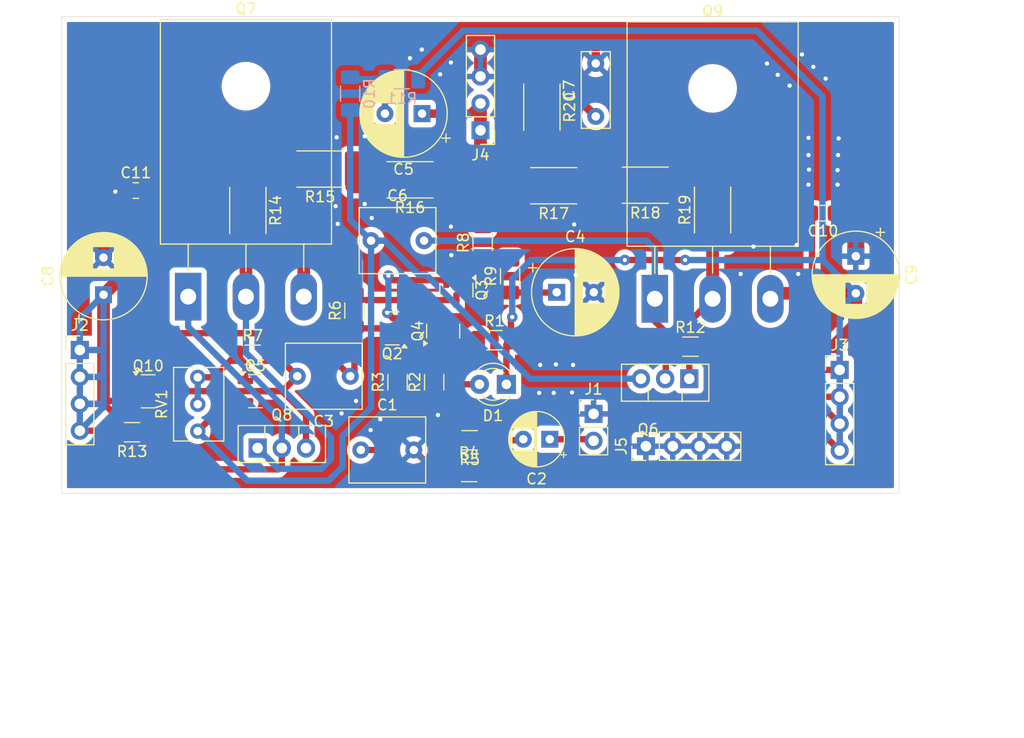
<source format=kicad_pcb>
(kicad_pcb (version 20240108) (generator "pcbnew") (generator_version "8.0")
  (layers (0 "F.Cu" signal) (31 "B.Cu" signal) (34 "B.Paste" user) (35 "F.Paste" user) (36 "B.SilkS" user "B.Silkscreen") (37 "F.SilkS" user "F.Silkscreen") (38 "B.Mask" user) (39 "F.Mask" user) (44 "Edge.Cuts" user))
  (net 0 "")
  (net 1 "GND")
  (net 2 "Net-(C1-Pad1)")
  (net 3 "Net-(C2-Pad2)")
  (net 4 "Net-(J1-Pin_2)")
  (net 5 "Net-(C4-Pad1)")
  (net 6 "Net-(C5-Pad2)")
  (net 7 "Net-(J4-Pin_1)")
  (net 8 "Net-(Q5-E)")
  (net 9 "Net-(Q6-C)")
  (net 10 "Net-(C7-Pad1)")
  (net 11 "+36V")
  (net 12 "-36V")
  (net 13 "Net-(D1-A)")
  (net 14 "Net-(Q2-B)")
  (net 15 "Net-(Q2-E)")
  (net 16 "Net-(Q3-B)")
  (net 17 "Net-(Q4-E)")
  (net 18 "Net-(Q5-B)")
  (net 19 "Net-(Q6-E)")
  (net 20 "Net-(Q7-C)")
  (net 21 "Net-(Q7-B)")
  (net 22 "Net-(R14-Pad1)")
  (net 23 "Net-(R15-Pad1)")
  (net 24 "Net-(R17-Pad1)")
  (net 25 "Net-(R18-Pad1)")
  (net 26 "Net-(Q10-B)")
  (net 27 "Net-(Q10-C)")
  (footprint "Resistor_SMD:R_2512_6332Metric_Pad1.40x3.35mm_HandSolder" (layer "F.Cu") (at 140.8684 87.884 180)
    (property "Reference" "R15")
    (property "Value" "0.1")
  )
  (footprint "Resistor_SMD:R_2512_6332Metric_Pad1.40x3.35mm_HandSolder" (layer "F.Cu") (at 162.9156 89.4588 180)
    (property "Reference" "R17")
    (property "Value" "0.1")
  )
  (footprint "Resistor_SMD:R_2512_6332Metric_Pad1.40x3.35mm_HandSolder" (layer "F.Cu") (at 171.5516 89.408 180)
    (property "Reference" "R18")
    (property "Value" "0.1")
  )
  (footprint "Resistor_SMD:R_1206_3216Metric_Pad1.30x1.75mm_HandSolder" (layer "F.Cu") (at 134.5184 105.41)
    (property "Reference" "R7")
    (property "Value" "1k")
  )
  (footprint "Package_TO_SOT_SMD:SOT-23" (layer "F.Cu") (at 147.6756 102.9208 180)
    (property "Reference" "Q2")
    (property "Value" "BC546")
  )
  (footprint "Capacitor_THT:CP_Radial_D8.0mm_P3.50mm" (layer "F.Cu") (at 191.4144 96.1136 -90)
    (property "Reference" "C9")
    (property "Value" "100u")
  )
  (footprint "Package_TO_SOT_SMD:SOT-23" (layer "F.Cu") (at 124.6632 108.8644)
    (property "Reference" "Q10")
    (property "Value" "BC807")
  )
  (footprint "Resistor_SMD:R_1206_3216Metric_Pad1.30x1.75mm_HandSolder" (layer "F.Cu") (at 154.9908 113.4872 180)
    (property "Reference" "R5")
    (property "Value" "1k")
  )
  (footprint "Connector_PinHeader_2.54mm:PinHeader_1x04_P2.54mm_Vertical" (layer "F.Cu") (at 156.0068 84.2264 180)
    (property "Reference" "J4")
    (property "Value" "Conn_01x04_Socket")
  )
  (footprint "Capacitor_THT:C_Rect_L7.0mm_W2.5mm_P5.00mm" (layer "F.Cu") (at 166.878 82.9164 90)
    (property "Reference" "C7")
    (property "Value" "100n")
  )
  (footprint "Resistor_SMD:R_1206_3216Metric_Pad1.30x1.75mm_HandSolder" (layer "F.Cu") (at 156.21 94.8436 90)
    (property "Reference" "R8")
    (property "Value" "22k")
  )
  (footprint "Capacitor_THT:C_Rect_L7.0mm_W6.0mm_P5.00mm" (layer "F.Cu") (at 144.7184 114.4016)
    (property "Reference" "C1")
    (property "Value" "100p")
  )
  (footprint "Resistor_SMD:R_2512_6332Metric_Pad1.40x3.35mm_HandSolder" (layer "F.Cu") (at 161.798 82.042 -90)
    (property "Reference" "R20")
    (property "Value" "10")
  )
  (footprint "Resistor_SMD:R_1206_3216Metric_Pad1.30x1.75mm_HandSolder" (layer "F.Cu") (at 158.8008 97.9932 90)
    (property "Reference" "R9")
    (property "Value" "1k")
  )
  (footprint "Connector_PinHeader_2.54mm:PinHeader_1x02_P2.54mm_Vertical" (layer "F.Cu") (at 166.6748 110.993)
    (property "Reference" "J1")
    (property "Value" "Conn_01x02_Socket")
  )
  (footprint "Potentiometer_THT:Potentiometer_Bourns_3266Y_Vertical" (layer "F.Cu") (at 129.3368 107.5436 90)
    (property "Reference" "RV1")
    (property "Value" "2k")
  )
  (footprint "Package_TO_SOT_THT:TO-247-3_Horizontal_TabDown" (layer "F.Cu") (at 128.433599 99.924)
    (property "Reference" "Q7")
    (property "Value" "MJL21193")
  )
  (footprint "LED_THT:LED_D3.0mm" (layer "F.Cu") (at 158.4502 108.204 180)
    (property "Reference" "D1")
    (property "Value" "Green Led")
  )
  (footprint "Capacitor_SMD:C_0805_2012Metric_Pad1.18x1.45mm_HandSolder" (layer "F.Cu") (at 188.3156 92.0496 180)
    (property "Reference" "C10")
    (property "Value" "100n")
  )
  (footprint "Resistor_SMD:R_2512_6332Metric_Pad1.40x3.35mm_HandSolder" (layer "F.Cu") (at 149.352 88.9 180)
    (property "Reference" "R16")
    (property "Value" "0.1")
  )
  (footprint "Package_TO_SOT_THT:TO-126-3_Vertical" (layer "F.Cu") (at 134.9866 114.2178)
    (property "Reference" "Q8")
    (property "Value" "BD139")
  )
  (footprint "Resistor_SMD:R_1206_3216Metric_Pad1.30x1.75mm_HandSolder" (layer "F.Cu") (at 157.3276 104.0384)
    (property "Reference" "R1")
    (property "Value" "560")
  )
  (footprint "Resistor_SMD:R_2512_6332Metric_Pad1.40x3.35mm_HandSolder" (layer "F.Cu") (at 177.9016 91.7448 90)
    (property "Reference" "R19")
    (property "Value" "0.1")
  )
  (footprint "Capacitor_THT:C_Rect_L7.0mm_W6.0mm_P5.00mm" (layer "F.Cu") (at 145.6836 94.6404)
    (property "Reference" "C6")
    (property "Value" "100p")
  )
  (footprint "Connector_PinHeader_2.54mm:PinHeader_1x04_P2.54mm_Vertical" (layer "F.Cu") (at 189.8904 106.8424)
    (property "Reference" "J3")
    (property "Value" "Conn_01x04_Socket")
  )
  (footprint "Package_TO_SOT_SMD:SOT-23" (layer "F.Cu") (at 134.7724 108.8503)
    (property "Reference" "Q5")
    (property "Value" "BC546")
  )
  (footprint "Resistor_SMD:R_1206_3216Metric_Pad1.30x1.75mm_HandSolder" (layer "F.Cu") (at 151.638 108.0008 90)
    (property "Reference" "R2")
    (property "Value" "22k")
  )
  (footprint "Package_TO_SOT_THT:TO-247-3_Horizontal_TabDown" (layer "F.Cu") (at 172.4516 100.1296)
    (property "Reference" "Q9")
    (property "Value" "MJL21194")
  )
  (footprint "Capacitor_THT:CP_Radial_D8.0mm_P3.50mm" (layer "F.Cu") (at 150.496651 82.6516 180)
    (property "Reference" "C5")
    (property "Value" "100u")
  )
  (footprint "Capacitor_THT:CP_Radial_D8.0mm_P3.50mm" (layer "F.Cu") (at 120.4468 99.747451 90)
    (property "Reference" "C8")
    (property "Value" "100u")
  )
  (footprint "Package_TO_SOT_SMD:SOT-23" (layer "F.Cu") (at 153.7349 99.314 -90)
    (property "Reference" "Q3")
    (property "Value" "BC546")
  )
  (footprint "Resistor_SMD:R_1206_3216Metric_Pad1.30x1.75mm_HandSolder" (layer "F.Cu") (at 123.1392 112.7252 180)
    (property "Reference" "R13")
    (property "Value" "220")
  )
  (footprint "Resistor_SMD:R_1206_3216Metric_Pad1.30x1.75mm_HandSolder" (layer "F.Cu") (at 144.1196 101.2444 90)
    (property "Reference" "R6")
    (property "Value" "560")
  )
  (footprint "Resistor_SMD:R_1206_3216Metric_Pad1.30x1.75mm_HandSolder" (layer "F.Cu") (at 154.94 116.4844)
    (property "Reference" "R4")
    (property "Value" "22k")
  )
  (footprint "Package_TO_SOT_THT:TO-126-3_Vertical" (layer "F.Cu") (at 175.7062 107.6766 180)
    (property "Reference" "Q6")
    (property "Value" "BD140")
  )
  (footprint "Resistor_SMD:R_2512_6332Metric_Pad1.40x3.35mm_HandSolder" (layer "F.Cu") (at 134.0612 91.7956 -90)
    (property "Reference" "R14")
    (property "Value" "0.1")
  )
  (footprint "Resistor_SMD:R_1206_3216Metric_Pad1.30x1.75mm_HandSolder" (layer "F.Cu") (at 175.8188 104.648)
    (property "Reference" "R12")
    (property "Value" "220")
  )
  (footprint "Package_TO_SOT_SMD:SOT-23" (layer "F.Cu") (at 152.4875 103.1748 90)
    (property "Reference" "Q4")
    (property "Value" "BC546")
  )
  (footprint "Connector_PinHeader_2.54mm:PinHeader_1x04_P2.54mm_Vertical" (layer "F.Cu") (at 118.2116 104.9628)
    (property "Reference" "J2")
    (property "Value" "Conn_01x04_Socket")
  )
  (footprint "Connector_PinHeader_2.54mm:PinHeader_1x04_P2.54mm_Vertical" (layer "F.Cu") (at 171.6124 114.046 90)
    (property "Reference" "J5")
    (property "Value" "Conn_01x04_Socket")
  )
  (footprint "Capacitor_THT:CP_Radial_D8.0mm_P3.50mm" (layer "F.Cu") (at 163.193349 99.5172)
    (property "Reference" "C4")
    (property "Value" "100u")
  )
  (footprint "Capacitor_THT:CP_Radial_D5.0mm_P2.50mm" (layer "F.Cu") (at 162.545912 113.3856 180)
    (property "Reference" "C2")
    (property "Value" "4u7")
  )
  (footprint "Capacitor_SMD:C_0805_2012Metric_Pad1.18x1.45mm_HandSolder" (layer "F.Cu") (at 123.4948 89.916)
    (property "Reference" "C11")
    (property "Value" "100n")
  )
  (footprint "Resistor_SMD:R_1206_3216Metric_Pad1.30x1.75mm_HandSolder" (layer "F.Cu") (at 148.1836 108.0008 90)
    (property "Reference" "R3")
    (property "Value" "1k")
  )
  (footprint "Capacitor_THT:C_Rect_L7.0mm_W6.0mm_P5.00mm" (layer "F.Cu") (at 143.724 107.442 180)
    (property "Reference" "C3")
    (property "Value" "100p")
  )
  (footprint "Resistor_SMD:R_1206_3216Metric_Pad1.30x1.75mm_HandSolder" (layer "B.Cu") (at 148.59 79.4004)
    (property "Reference" "R11")
    (property "Value" "3k3")
  )
  (footprint "Resistor_SMD:R_1206_3216Metric_Pad1.30x1.75mm_HandSolder" (layer "B.Cu") (at 143.7132 80.772 90)
    (property "Reference" "R10")
    (property "Value" "3k3")
  )
  (gr_rect (start 116.5 73.5) (end 195.5 118.5) (stroke (width 0.05)) (fill none) (layer "Edge.Cuts"))
  (segment (start 150.1648 76.6064) (end 149.352 77.4192) (width 0.6) (layer "F.Cu") (net 1))
  (segment (start 157.3784 75.2348) (end 156.0068 76.6064) (width 1.6) (layer "F.Cu") (net 1))
  (segment (start 153.2128 77.8256) (end 153.2128 77.9272) (width 0.6) (layer "F.Cu") (net 1))
  (segment (start 120.5484 90.0176) (end 120.4468 90.1192) (width 0.6) (layer "F.Cu") (net 1))
  (segment (start 120.4468 90.1192) (end 120.4468 77.8764) (width 1.6) (layer "F.Cu") (net 1))
  (segment (start 144.0688 109.7788) (end 142.9004 110.9472) (width 0.6) (layer "F.Cu") (net 1))
  (segment (start 146.558 111.506) (end 146.558 111.6076) (width 0.6) (layer "F.Cu") (net 1))
  (segment (start 123.19 75.1332) (end 154.5336 75.1332) (width 1.6) (layer "F.Cu") (net 1))
  (segment (start 120.4468 77.8764) (end 123.19 75.1332) (width 1.6) (layer "F.Cu") (net 1))
  (segment (start 122.3049 90.0176) (end 121.5644 90.0176) (width 0.6) (layer "F.Cu") (net 1))
  (segment (start 144.8308 109.7788) (end 146.558 111.506) (width 0.6) (layer "F.Cu") (net 1))
  (segment (start 144.4752 112.522) (end 142.9004 110.9472) (width 0.6) (layer "F.Cu") (net 1))
  (segment (start 151.6888 77.8256) (end 150.4696 76.6064) (width 0.6) (layer "F.Cu") (net 1))
  (segment (start 142.4432 84.8868) (end 144.9832 84.8868) (width 0.6) (layer "F.Cu") (net 1))
  (segment (start 167.0304 75.2348) (end 157.3784 75.2348) (width 1.6) (layer "F.Cu") (net 1))
  (segment (start 145.6436 112.522) (end 144.4752 112.522) (width 0.6) (layer "F.Cu") (net 1))
  (segment (start 166.878 75.3872) (end 167.0304 75.2348) (width 0.8) (layer "F.Cu") (net 1))
  (segment (start 150.876 78.9432) (end 149.352 77.4192) (width 0.6) (layer "F.Cu") (net 1))
  (segment (start 145.1864 93.0656) (end 145.7452 92.5068) (width 0.6) (layer "F.Cu") (net 1))
  (segment (start 191.4144 96.1136) (end 191.4144 92.2528) (width 1.6) (layer "F.Cu") (net 1))
  (segment (start 156.0068 76.6064) (end 156.0068 79.1464) (width 1.2) (layer "F.Cu") (net 1))
  (segment (start 153.39 116.4844) (end 151.8012 116.4844) (width 0.6) (layer "F.Cu") (net 1))
  (segment (start 191.4144 92.2528) (end 191.4144 76.0984) (width 1.6) (layer "F.Cu") (net 1))
  (segment (start 144.9832 84.8868) (end 145.0848 84.7852) (width 0.6) (layer "F.Cu") (net 1))
  (segment (start 166.878 77.9164) (end 166.878 75.3872) (width 0.8) (layer "F.Cu") (net 1))
  (segment (start 191.4144 76.0984) (end 190.5508 75.2348) (width 1.6) (layer "F.Cu") (net 1))
  (segment (start 142.3416 91.3892) (end 144.8816 91.3892) (width 0.6) (layer "F.Cu") (net 1))
  (segment (start 151.8012 116.4844) (end 149.7184 114.4016) (width 0.6) (layer "F.Cu") (net 1))
  (segment (start 146.558 111.6076) (end 145.6436 112.522) (width 0.6) (layer "F.Cu") (net 1))
  (segment (start 144.8816 91.3892) (end 145.0848 91.186) (width 0.6) (layer "F.Cu") (net 1))
  (segment (start 121.5644 90.0176) (end 120.5484 90.0176) (width 0.6) (layer "F.Cu") (net 1))
  (segment (start 153.2128 77.8256) (end 151.6888 77.8256) (width 0.6) (layer "F.Cu") (net 1))
  (segment (start 153.2128 77.9272) (end 152.1968 78.9432) (width 0.6) (layer "F.Cu") (net 1))
  (segment (start 190.5508 75.2348) (end 167.0304 75.2348) (width 1.6) (layer "F.Cu") (net 1))
  (segment (start 189.3531 92.0496) (end 191.2112 92.0496) (width 0.6) (layer "F.Cu") (net 1))
  (segment (start 142.5448 93.0656) (end 145.1864 93.0656) (width 0.6) (layer "F.Cu") (net 1))
  (segment (start 142.3416 92.8624) (end 142.5448 93.0656) (width 0.6) (layer "F.Cu") (net 1))
  (segment (start 150.4696 76.6064) (end 150.1648 76.6064) (width 0.6) (layer "F.Cu") (net 1))
  (segment (start 120.4468 96.247451) (end 120.4468 90.1192) (width 1.6) (layer "F.Cu") (net 1))
  (segment (start 144.272 109.7788) (end 144.8308 109.7788) (width 0.6) (layer "F.Cu") (net 1))
  (segment (start 154.5336 75.1332) (end 156.0068 76.6064) (width 1.6) (layer "F.Cu") (net 1))
  (segment (start 151.638 110.744) (end 151.9936 111.0996) (width 0.6) (layer "F.Cu") (net 1))
  (segment (start 144.272 109.7788) (end 144.0688 109.7788) (width 0.6) (layer "F.Cu") (net 1))
  (segment (start 145.0848 91.186) (end 145.0848 91.8464) (width 0.6) (layer "F.Cu") (net 1))
  (segment (start 145.0848 91.8464) (end 145.7452 92.5068) (width 0.6) (layer "F.Cu") (net 1))
  (segment (start 152.1968 78.9432) (end 150.876 78.9432) (width 0.6) (layer "F.Cu") (net 1))
  (segment (start 151.638 109.5508) (end 151.638 110.744) (width 0.6) (layer "F.Cu") (net 1))
  (segment (start 142.3416 91.3892) (end 142.3416 92.8624) (width 0.6) (layer "F.Cu") (net 1))
  (segment (start 191.2112 92.0496) (end 191.4144 92.2528) (width 0.6) (layer "F.Cu") (net 1))
  (via (at 153.2128 77.8256) (size 1) (drill 0.4) (layers "F.Cu" "B.Cu") (net 1))
  (via (at 142.4432 84.8868) (size 1) (drill 0.4) (layers "F.Cu" "B.Cu") (net 1))
  (via (at 163.1188 106.3244) (size 1) (drill 0.4) (layers "F.Cu" "B.Cu") (net 1))
  (via (at 162.9156 109.0168) (size 1) (drill 0.4) (layers "F.Cu" "B.Cu") (net 1))
  (via (at 145.6436 112.522) (size 1) (drill 0.4) (layers "F.Cu" "B.Cu") (net 1))
  (via (at 121.5644 90.0176) (size 1) (drill 0.4) (layers "F.Cu" "B.Cu") (net 1))
  (via (at 152.1968 78.9432) (size 1) (drill 0.4) (layers "F.Cu" "B.Cu") (net 1))
  (via (at 144.272 109.7788) (size 1) (drill 0.4) (layers "F.Cu" "B.Cu") (net 1))
  (via (at 145.0848 84.7852) (size 1) (drill 0.4) (layers "F.Cu" "B.Cu") (net 1))
  (via (at 153.2128 93.3196) (size 1) (drill 0.4) (layers "F.Cu" "B.Cu") (net 1))
  (via (at 185.166 80.01) (size 1) (drill 0.4) (layers "F.Cu" "B.Cu") (net 1))
  (via (at 161.544 109.0168) (size 1) (drill 0.4) (layers "F.Cu" "B.Cu") (net 1))
  (via (at 153.2636 96.012) (size 1) (drill 0.4) (layers "F.Cu" "B.Cu") (net 1))
  (via (at 187.4012 78.232) (size 1) (drill 0.4) (layers "F.Cu" "B.Cu") (net 1))
  (via (at 189.738 86.5632) (size 1) (drill 0.4) (layers "F.Cu" "B.Cu") (net 1))
  (via (at 161.6456 106.3752) (size 1) (drill 0.4) (layers "F.Cu" "B.Cu") (net 1))
  (via (at 164.6428 108.966) (size 1) (drill 0.4) (layers "F.Cu" "B.Cu") (net 1))
  (via (at 186.3344 77.0636) (size 1) (drill 0.4) (layers "F.Cu" "B.Cu") (net 1))
  (via (at 186.9948 87.9348) (size 1) (drill 0.4) (layers "F.Cu" "B.Cu") (net 1))
  (via (at 142.3416 91.3892) (size 1) (drill 0.4) (layers "F.Cu" "B.Cu") (net 1))
  (via (at 189.6872 89.3572) (size 1) (drill 0.4) (layers "F.Cu" "B.Cu") (net 1))
  (via (at 164.7444 106.3752) (size 1) (drill 0.4) (layers "F.Cu" "B.Cu") (net 1))
  (via (at 150.4696 76.6064) (size 1) (drill 0.4) (layers "F.Cu" "B.Cu") (net 1))
  (via (at 164.846 93.1164) (size 1) (drill 0.4) (layers "F.Cu" "B.Cu") (net 1))
  (via (at 149.352 77.4192) (size 1) (drill 0.4) (layers "F.Cu" "B.Cu") (net 1))
  (via (at 186.944 86.5632) (size 1) (drill 0.4) (layers "F.Cu" "B.Cu") (net 1))
  (via (at 145.7452 92.5068) (size 1) (drill 0.4) (layers "F.Cu" "B.Cu") (net 1))
  (via (at 189.6872 87.9856) (size 1) (drill 0.4) (layers "F.Cu" "B.Cu") (net 1))
  (via (at 189.7888 84.9884) (size 1) (drill 0.4) (layers "F.Cu" "B.Cu") (net 1))
  (via (at 186.944 89.3572) (size 1) (drill 0.4) (layers "F.Cu" "B.Cu") (net 1))
  (via (at 146.558 111.506) (size 1) (drill 0.4) (layers "F.Cu" "B.Cu") (net 1))
  (via (at 142.9004 110.9472) (size 1) (drill 0.4) (layers "F.Cu" "B.Cu") (net 1))
  (via (at 180.5432 97.79) (size 1) (drill 0.4) (layers "F.Cu" "B.Cu") (net 1))
  (via (at 181.7624 95.1992) (size 1) (drill 0.4) (layers "F.Cu" "B.Cu") (net 1))
  (via (at 186.944 84.9376) (size 1) (drill 0.4) (layers "F.Cu" "B.Cu") (net 1))
  (via (at 142.5448 93.0656) (size 1) (drill 0.4) (layers "F.Cu" "B.Cu") (net 1))
  (via (at 185.8264 95.0468) (size 1) (drill 0.4) (layers "F.Cu" "B.Cu") (net 1))
  (via (at 183.0324 77.9272) (size 1) (drill 0.4) (layers "F.Cu" "B.Cu") (net 1))
  (via (at 184.0484 78.994) (size 1) (drill 0.4) (layers "F.Cu" "B.Cu") (net 1))
  (via (at 151.9936 111.0996) (size 1) (drill 0.4) (layers "F.Cu" "B.Cu") (net 1))
  (via (at 185.9788 97.79) (size 1) (drill 0.4) (layers "F.Cu" "B.Cu") (net 1))
  (via (at 188.5696 79.3496) (size 1) (drill 0.4) (layers "F.Cu" "B.Cu") (net 1))
  (via (at 164.9984 97.8916) (size 1) (drill 0.4) (layers "F.Cu" "B.Cu") (net 1))
  (via (at 145.0848 91.186) (size 1) (drill 0.4) (layers "F.Cu" "B.Cu") (net 1))
  (segment (start 156.438 116.4844) (end 153.4408 113.4872) (width 0.6) (layer "F.Cu") (net 2))
  (segment (start 148.1836 109.5508) (end 148.1836 110.9364) (width 0.6) (layer "F.Cu") (net 2))
  (segment (start 146.7612 114.4016) (end 144.7184 114.4016) (width 0.6) (layer "F.Cu") (net 2))
  (segment (start 152.0952 113.4872) (end 149.5444 110.9364) (width 0.6) (layer "F.Cu") (net 2))
  (segment (start 149.5444 110.9364) (end 148.1836 110.9364) (width 0.6) (layer "F.Cu") (net 2))
  (segment (start 148.1836 112.9792) (end 146.7612 114.4016) (width 0.6) (layer "F.Cu") (net 2))
  (segment (start 148.1836 110.9364) (end 148.1836 112.9792) (width 0.6) (layer "F.Cu") (net 2))
  (segment (start 153.4408 113.4872) (end 152.0952 113.4872) (width 0.6) (layer "F.Cu") (net 2))
  (segment (start 156.49 116.4844) (end 156.438 116.4844) (width 0.6) (layer "F.Cu") (net 2))
  (segment (start 159.944312 113.4872) (end 160.045912 113.3856) (width 0.6) (layer "F.Cu") (net 3))
  (segment (start 156.5408 113.4872) (end 159.944312 113.4872) (width 0.6) (layer "F.Cu") (net 3))
  (segment (start 162.545912 113.3856) (end 166.5274 113.3856) (width 0.6) (layer "F.Cu") (net 4))
  (segment (start 166.5274 113.3856) (end 166.6748 113.533) (width 0.6) (layer "F.Cu") (net 4))
  (segment (start 163.167349 99.5432) (end 163.193349 99.5172) (width 0.6) (layer "F.Cu") (net 5))
  (segment (start 158.8008 99.5432) (end 163.167349 99.5432) (width 0.6) (layer "F.Cu") (net 5))
  (segment (start 146.996651 82.6516) (end 146.996651 79.443749) (width 0.6) (layer "B.Cu") (net 6))
  (segment (start 146.996651 79.443749) (end 147.04 79.4004) (width 0.6) (layer "B.Cu") (net 6))
  (segment (start 143.8916 79.4004) (end 143.7132 79.222) (width 0.6) (layer "B.Cu") (net 6))
  (segment (start 147.04 79.4004) (end 143.8916 79.4004) (width 0.6) (layer "B.Cu") (net 6))
  (segment (start 156.21 93.2936) (end 156.21 89.5604) (width 0.6) (layer "F.Cu") (net 7))
  (segment (start 156.0068 84.2264) (end 156.0068 81.6864) (width 1.2) (layer "F.Cu") (net 7))
  (segment (start 156.1084 89.4588) (end 152.402 89.4588) (width 1.2) (layer "F.Cu") (net 7))
  (segment (start 156.0068 89.3572) (end 156.1084 89.4588) (width 1.2) (layer "F.Cu") (net 7))
  (segment (start 159.8656 89.4588) (end 159.8656 87.0244) (width 0.8) (layer "F.Cu") (net 7))
  (segment (start 155.0416 82.6516) (end 156.0068 81.6864) (width 0.8) (layer "F.Cu") (net 7))
  (segment (start 156.21 89.5604) (end 156.1084 89.4588) (width 0.6) (layer "F.Cu") (net 7))
  (segment (start 150.496651 82.6516) (end 155.0416 82.6516) (width 0.8) (layer "F.Cu") (net 7))
  (segment (start 156.0068 84.2264) (end 156.0068 89.3572) (width 1.2) (layer "F.Cu") (net 7))
  (segment (start 159.8656 87.0244) (end 161.798 85.092) (width 0.8) (layer "F.Cu") (net 7))
  (segment (start 159.8656 89.4588) (end 156.1084 89.4588) (width 1.2) (layer "F.Cu") (net 7))
  (segment (start 133.8349 109.8003) (end 132.1601 109.8003) (width 0.6) (layer "F.Cu") (net 8))
  (segment (start 132.1601 109.8003) (end 129.3368 112.6236) (width 0.6) (layer "F.Cu") (net 8))
  (segment (start 145.6836 110.3992) (end 143.002 113.0808) (width 0.6) (layer "B.Cu") (net 8))
  (segment (start 145.6836 94.6404) (end 146.9644 94.6404) (width 0.6) (layer "B.Cu") (net 8))
  (segment (start 143.002 113.0808) (end 143.002 115.9764) (width 0.6) (layer "B.Cu") (net 8))
  (segment (start 150.9094 97.8916) (end 160.6944 107.6766) (width 0.6) (layer "B.Cu") (net 8))
  (segment (start 141.6812 117.2972) (end 134.0104 117.2972) (width 0.6) (layer "B.Cu") (net 8))
  (segment (start 143.7132 92.67) (end 145.6836 94.6404) (width 0.6) (layer "B.Cu") (net 8))
  (segment (start 134.0104 117.2972) (end 129.3368 112.6236) (width 0.6) (layer "B.Cu") (net 8))
  (segment (start 146.9644 94.6404) (end 150.2156 97.8916) (width 0.6) (layer "B.Cu") (net 8))
  (segment (start 145.6836 94.6404) (end 145.6836 110.3992) (width 0.6) (layer "B.Cu") (net 8))
  (segment (start 160.6944 107.6766) (end 171.1462 107.6766) (width 0.6) (layer "B.Cu") (net 8))
  (segment (start 143.002 115.9764) (end 141.6812 117.2972) (width 0.6) (layer "B.Cu") (net 8))
  (segment (start 143.7132 82.322) (end 143.7132 92.67) (width 0.6) (layer "B.Cu") (net 8))
  (segment (start 150.2156 97.8916) (end 150.9094 97.8916) (width 0.6) (layer "B.Cu") (net 8))
  (segment (start 174.2688 104.0632) (end 172.4516 102.246) (width 0.6) (layer "F.Cu") (net 9))
  (segment (start 174.2688 104.648) (end 173.482 105.4348) (width 0.6) (layer "F.Cu") (net 9))
  (segment (start 173.482 105.4348) (end 173.482 107.6208) (width 0.6) (layer "F.Cu") (net 9))
  (segment (start 174.2688 104.648) (end 174.2688 104.0632) (width 0.6) (layer "F.Cu") (net 9))
  (segment (start 172.4516 102.246) (end 172.4516 100.1296) (width 0.6) (layer "F.Cu") (net 9))
  (segment (start 173.482 107.6208) (end 173.4262 107.6766) (width 0.6) (layer "F.Cu") (net 9))
  (segment (start 171.6532 94.6404) (end 172.4516 95.4388) (width 0.6) (layer "B.Cu") (net 9))
  (segment (start 172.4516 95.4388) (end 172.4516 100.1296) (width 0.6) (layer "B.Cu") (net 9))
  (segment (start 150.6836 94.6404) (end 171.6532 94.6404) (width 0.6) (layer "B.Cu") (net 9))
  (segment (start 161.798 78.992) (end 162.9536 78.992) (width 0.8) (layer "F.Cu") (net 10))
  (segment (start 162.9536 78.992) (end 166.878 82.9164) (width 0.8) (layer "F.Cu") (net 10))
  (segment (start 124.5323 89.916) (end 124.9172 89.916) (width 0.6) (layer "F.Cu") (net 11))
  (segment (start 120.4468 107.7976) (end 120.4468 105.1052) (width 1.2) (layer "F.Cu") (net 11))
  (segment (start 118.2116 107.5028) (end 120.152 107.5028) (width 0.6) (layer "F.Cu") (net 11))
  (segment (start 120.65 109.7788) (end 120.4468 109.982) (width 0.6) (layer "F.Cu") (net 11))
  (segment (start 120.4468 109.982) (end 120.4468 107.7976) (width 1.2) (layer "F.Cu") (net 11))
  (segment (start 122.5296 96.1644) (end 123.279726 96.914526) (width 0.6) (layer "F.Cu") (net 11))
  (segment (start 122.5296 94.5388) (end 122.5296 96.1644) (width 0.6) (layer "F.Cu") (net 11))
  (segment (start 144.1196 96.6196) (end 138.5336 91.0336) (width 0.6) (layer "F.Cu") (net 11))
  (segment (start 123.279726 96.914526) (end 127.331851 92.8624) (width 1.2) (layer "F.Cu") (net 11))
  (segment (start 120.386 110.0428) (end 120.4468 109.982) (width 0.6) (layer "F.Cu") (net 11))
  (segment (start 144.6767 100.2515) (end 144.1196 99.6944) (width 0.6) (layer "F.Cu") (net 11))
  (segment (start 121.5892 111.1244) (end 121.5892 112.7252) (width 0.6) (layer "F.Cu") (net 11))
  (segment (start 120.152 107.5028) (end 120.4468 107.7976) (width 0.6) (layer "F.Cu") (net 11))
  (segment (start 120.3044 104.9628) (end 120.4468 105.1052) (width 0.6) (layer "F.Cu") (net 11))
  (segment (start 118.2116 110.0428) (end 120.386 110.0428) (width 0.6) (layer "F.Cu") (net 11))
  (segment (start 121.4468 112.5828) (end 121.5892 112.7252) (width 0.6) (layer "F.Cu") (net 11))
  (segment (start 118.2116 104.9628) (end 120.3044 104.9628) (width 0.6) (layer "F.Cu") (net 11))
  (segment (start 124.9172 89.916) (end 126.0348 91.0336) (width 0.6) (layer "F.Cu") (net 11))
  (segment (start 138.4046 93.7006) (end 139.333599 94.629599) (width 1.2) (layer "F.Cu") (net 11))
  (segment (start 120.4468 99.747451) (end 123.279726 96.914526) (width 1.2) (layer "F.Cu") (net 11))
  (segment (start 127.331851 92.8624) (end 137.5664 92.8624) (width 1.2) (layer "F.Cu") (net 11))
  (segment (start 126.0348 91.0336) (end 122.5296 94.5388) (width 0.6) (layer "F.Cu") (net 11))
  (segment (start 123.5964 109.8144) (end 123.5608 109.7788) (width 0.6) (layer "F.Cu") (net 11))
  (segment (start 139.356299 99.9467) (end 139.333599 99.924) (width 0.6) (layer "F.Cu") (net 11))
  (segment (start 118.2116 112.5828) (end 121.4468 112.5828) (width 0.6) (layer "F.Cu") (net 11))
  (segment (start 120.4468 105.1052) (end 120.4468 99.747451) (width 1.2) (layer "F.Cu") (net 11))
  (segment (start 120.4468 109.982) (end 121.5892 111.1244) (width 0.6) (layer "F.Cu") (net 11))
  (segment (start 138.5336 91.0336) (end 126.0348 91.0336) (width 0.6) (layer "F.Cu") (net 11))
  (segment (start 137.5664 92.8624) (end 138.4046 93.7006) (width 1.2) (layer "F.Cu") (net 11))
  (segment (start 153.7349 100.2515) (end 144.6767 100.2515) (width 0.6) (layer "F.Cu") (net 11))
  (segment (start 123.5608 109.7788) (end 120.65 109.7788) (width 0.6) (layer "F.Cu") (net 11))
  (segment (start 144.1196 99.6944) (end 144.1196 96.6196) (width 0.6) (layer "F.Cu") (net 11))
  (segment (start 139.333599 94.629599) (end 139.333599 99.924) (width 1.2) (layer "F.Cu") (net 11))
  (segment (start 118.2116 104.9628) (end 120.3552 104.9628) (width 0.6) (layer "B.Cu") (net 11))
  (segment (start 119.9796 107.5028) (end 120.0912 107.3912) (width 0.6) (layer "B.Cu") (net 11))
  (segment (start 118.2116 107.5028) (end 119.9796 107.5028) (width 0.6) (layer "B.Cu") (net 11))
  (segment (start 118.2116 101.982651) (end 120.4468 99.747451) (width 0.6) (layer "B.Cu") (net 11))
  (segment (start 118.2116 112.5828) (end 120.401 110.3934) (width 0.6) (layer "B.Cu") (net 11))
  (segment (start 120.0504 110.0428) (end 120.401 110.3934) (width 0.6) (layer "B.Cu") (net 11))
  (segment (start 120.4468 107.3912) (end 120.4468 105.0544) (width 0.6) (layer "B.Cu") (net 11))
  (segment (start 118.2116 110.0428) (end 120.0504 110.0428) (width 0.6) (layer "B.Cu") (net 11))
  (segment (start 120.4468 110.3476) (end 120.4468 107.3912) (width 0.6) (layer "B.Cu") (net 11))
  (segment (start 118.2116 112.5828) (end 118.2116 101.982651) (width 0.6) (layer "B.Cu") (net 11))
  (segment (start 120.4468 105.0544) (end 120.4468 99.747451) (width 0.6) (layer "B.Cu") (net 11))
  (segment (start 120.0912 107.3912) (end 120.4468 107.3912) (width 0.6) (layer "B.Cu") (net 11))
  (segment (start 120.401 110.3934) (end 120.4468 110.3476) (width 0.6) (layer "B.Cu") (net 11))
  (segment (start 120.3552 104.9628) (end 120.4468 105.0544) (width 0.6) (layer "B.Cu") (net 11))
  (segment (start 183.7436 104.648) (end 185.2676 104.648) (width 1.2) (layer "F.Cu") (net 12))
  (segment (start 191.4144 102.5144) (end 191.4144 99.6136) (width 1.2) (layer "F.Cu") (net 12))
  (segment (start 187.8584 109.8904) (end 187.8584 106.2228) (width 0.6) (layer "F.Cu") (net 12))
  (segment (start 187.8584 104.648) (end 189.2808 104.648) (width 1.2) (layer "F.Cu") (net 12))
  (segment (start 158.4502 104.4658) (end 158.8776 104.0384) (width 0.6) (layer "F.Cu") (net 12))
  (segment (start 187.2781 99.3811) (end 187.0456 99.6136) (width 0.6) (layer "F.Cu") (net 12))
  (segment (start 187.8584 106.2228) (end 187.8584 104.648) (width 0.6) (layer "F.Cu") (net 12))
  (segment (start 186.5884 104.648) (end 187.8584 104.648) (width 1.2) (layer "F.Cu") (net 12))
  (segment (start 189.8904 109.3824) (end 187.8992 109.3824) (width 0.6) (layer "F.Cu") (net 12))
  (segment (start 158.8776 104.0384) (end 158.8776 101.9804) (width 0.6) (layer "F.Cu") (net 12))
  (segment (start 183.8676 99.6136) (end 183.3516 100.1296) (width 1.2) (layer "F.Cu") (net 12))
  (segment (start 187.2781 92.0496) (end 187.2781 99.3811) (width 0.6) (layer "F.Cu") (net 12))
  (segment (start 189.8904 114.4624) (end 187.8584 112.4304) (width 0.6) (layer "F.Cu") (net 12))
  (segment (start 191.4144 99.6136) (end 187.0456 99.6136) (width 1.2) (layer "F.Cu") (net 12))
  (segment (start 189.8904 111.9224) (end 187.8584 109.8904) (width 0.6) (layer "F.Cu") (net 12))
  (segment (start 158.4502 108.204) (end 158.4502 104.4658) (width 0.6) (layer "F.Cu") (net 12))
  (segment (start 189.8904 114.4624) (end 189.8904 105.2576) (width 0.6) (layer "F.Cu") (net 12))
  (segment (start 188.478 106.8424) (end 187.8584 106.2228) (width 0.6) (layer "F.Cu") (net 12))
  (segment (start 189.2808 104.648) (end 191.4144 102.5144) (width 1.2) (layer "F.Cu") (net 12))
  (segment (start 189.8904 106.8424) (end 188.478 106.8424) (width 0.6) (layer "F.Cu") (net 12))
  (segment (start 187.8584 112.4304) (end 187.8584 109.8904) (width 0.6) (layer "F.Cu") (net 12))
  (segment (start 185.2676 104.648) (end 186.5884 104.648) (width 1.2) (layer "F.Cu") (net 12))
  (segment (start 169.6212 96.4692) (end 175.3108 96.4692) (width 0.6) (layer "F.Cu") (net 12))
  (segment (start 186.5376 104.6988) (end 186.5884 104.648) (width 0.6) (layer "F.Cu") (net 12))
  (segment (start 177.3688 104.648) (end 183.7436 104.648) (width 1.2) (layer "F.Cu") (net 12))
  (segment (start 158.8776 101.9804) (end 159.004 101.854) (width 0.6) (layer "F.Cu") (net 12))
  (segment (start 187.8992 109.3824) (end 187.8584 109.4232) (width 0.6) (layer "F.Cu") (net 12))
  (segment (start 189.8904 105.2576) (end 189.2808 104.648) (width 0.6) (layer "F.Cu") (net 12))
  (segment (start 187.0456 99.6136) (end 183.8676 99.6136) (width 1.2) (layer "F.Cu") (net 12))
  (via (at 159.004 101.854) (size 1) (drill 0.4) (layers "F.Cu" "B.Cu") (net 12))
  (via (at 169.6212 96.4692) (size 1) (drill 0.4) (layers "F.Cu" "B.Cu") (net 12))
  (via (at 175.3108 96.4692) (size 1) (drill 0.4) (layers "F.Cu" "B.Cu") (net 12))
  (segment (start 159.004 101.854) (end 159.004 98.2472) (width 0.6) (layer "B.Cu") (net 12))
  (segment (start 189.8904 114.4624) (end 189.8904 101.1376) (width 0.6) (layer "B.Cu") (net 12))
  (segment (start 160.782 96.4692) (end 169.6212 96.4692) (width 0.6) (layer "B.Cu") (net 12))
  (segment (start 188.27 81.0312) (end 188.27 96.4692) (width 0.6) (layer "B.Cu") (net 12))
  (segment (start 188.27 96.4692) (end 191.4144 99.6136) (width 0.6) (layer "B.Cu") (net 12))
  (segment (start 150.14 79.0696) (end 154.3812 74.8284) (width 0.6) (layer "B.Cu") (net 12))
  (segment (start 175.3108 96.4692) (end 188.27 96.4692) (width 0.6) (layer "B.Cu") (net 12))
  (segment (start 182.0672 74.8284) (end 188.27 81.0312) (width 0.6) (layer "B.Cu") (net 12))
  (segment (start 154.3812 74.8284) (end 182.0672 74.8284) (width 0.6) (layer "B.Cu") (net 12))
  (segment (start 189.8904 101.1376) (end 191.4144 99.6136) (width 0.6) (layer "B.Cu") (net 12))
  (segment (start 150.14 79.4004) (end 150.14 79.0696) (width 0.6) (layer "B.Cu") (net 12))
  (segment (start 159.004 98.2472) (end 160.782 96.4692) (width 0.6) (layer "B.Cu") (net 12))
  (segment (start 153.3912 108.204) (end 151.638 106.4508) (width 0.6) (layer "F.Cu") (net 13))
  (segment (start 151.5375 104.1123) (end 151.5375 106.3503) (width 0.6) (layer "F.Cu") (net 13))
  (segment (start 151.5375 106.3503) (end 151.638 106.4508) (width 0.6) (layer "F.Cu") (net 13))
  (segment (start 155.9102 108.204) (end 153.3912 108.204) (width 0.6) (layer "F.Cu") (net 13))
  (segment (start 148.6131 103.8708) (end 148.6131 106.0213) (width 0.6) (layer "F.Cu") (net 14))
  (segment (start 148.6131 106.0213) (end 148.1836 106.4508) (width 0.6) (layer "F.Cu") (net 14))
  (segment (start 147.7541 98.3765) (end 147.32 97.9424) (width 0.6) (layer "F.Cu") (net 15))
  (segment (start 148.6131 101.9708) (end 147.7416 101.9708) (width 0.6) (layer "F.Cu") (net 15))
  (segment (start 152.7849 98.3765) (end 147.7541 98.3765) (width 0.6) (layer "F.Cu") (net 15))
  (segment (start 148.6131 101.9708) (end 152.221 101.9708) (width 0.6) (layer "F.Cu") (net 15))
  (segment (start 152.221 101.9708) (end 152.4875 102.2373) (width 0.6) (layer "F.Cu") (net 15))
  (segment (start 147.7416 101.9708) (end 147.2184 101.4476) (width 0.6) (layer "F.Cu") (net 15))
  (via (at 147.2184 101.4476) (size 1) (drill 0.4) (layers "F.Cu" "B.Cu") (net 15))
  (via (at 147.32 97.9424) (size 1) (drill 0.4) (layers "F.Cu" "B.Cu") (net 15))
  (segment (start 147.32 101.346) (end 147.2184 101.4476) (width 0.6) (layer "B.Cu") (net 15))
  (segment (start 147.32 97.9424) (end 147.32 101.346) (width 0.6) (layer "B.Cu") (net 15))
  (segment (start 154.6849 98.3765) (end 154.6849 97.9187) (width 0.6) (layer "F.Cu") (net 16))
  (segment (start 156.2596 96.4432) (end 156.21 96.3936) (width 0.6) (layer "F.Cu") (net 16))
  (segment (start 154.6849 97.9187) (end 156.21 96.3936) (width 0.6) (layer "F.Cu") (net 16))
  (segment (start 158.8008 96.4432) (end 156.2596 96.4432) (width 0.6) (layer "F.Cu") (net 16))
  (segment (start 153.4375 104.1123) (end 155.7037 104.1123) (width 0.6) (layer "F.Cu") (net 17))
  (segment (start 155.7037 104.1123) (end 155.7776 104.0384) (width 0.6) (layer "F.Cu") (net 17))
  (segment (start 133.8349 106.2765) (end 133.8349 107.9003) (width 0.6) (layer "F.Cu") (net 18))
  (segment (start 132.9684 105.41) (end 133.8349 106.2765) (width 0.6) (layer "F.Cu") (net 18))
  (segment (start 132.9176 105.3592) (end 132.9684 105.41) (width 0.6) (layer "F.Cu") (net 18))
  (segment (start 129.3368 107.5436) (end 130.8348 107.5436) (width 0.6) (layer "F.Cu") (net 18))
  (segment (start 130.8348 107.5436) (end 132.9684 105.41) (width 0.6) (layer "F.Cu") (net 18))
  (segment (start 129.3368 107.5436) (end 129.3368 110.0836) (width 0.6) (layer "B.Cu") (net 18))
  (segment (start 175.7062 107.6766) (end 175.7062 102.325) (width 0.6) (layer "F.Cu") (net 19))
  (segment (start 175.7062 102.325) (end 177.9016 100.1296) (width 0.6) (layer "F.Cu") (net 19))
  (segment (start 177.9016 100.1296) (end 177.9016 94.7948) (width 1.2) (layer "F.Cu") (net 19))
  (segment (start 133.883599 99.924) (end 133.883599 95.023201) (width 1.2) (layer "F.Cu") (net 20))
  (segment (start 133.883599 95.023201) (end 134.0612 94.8456) (width 1.2) (layer "F.Cu") (net 20))
  (segment (start 141.8844 113.2332) (end 133.883599 105.232399) (width 0.6) (layer "B.Cu") (net 20))
  (segment (start 140.97 116.1796) (end 141.8844 115.2652) (width 0.6) (layer "B.Cu") (net 20))
  (segment (start 134.9866 114.2178) (end 136.9484 116.1796) (width 0.6) (layer "B.Cu") (net 20))
  (segment (start 136.9484 116.1796) (end 140.97 116.1796) (width 0.6) (layer "B.Cu") (net 20))
  (segment (start 133.883599 105.232399) (end 133.883599 99.924) (width 0.6) (layer "B.Cu") (net 20))
  (segment (start 141.8844 115.2652) (end 141.8844 113.2332) (width 0.6) (layer "B.Cu") (net 20))
  (segment (start 136.906 116.2304) (end 137.2666 115.8698) (width 0.6) (layer "F.Cu") (net 21))
  (segment (start 126.8984 116.2304) (end 136.906 116.2304) (width 0.6) (layer "F.Cu") (net 21))
  (segment (start 124.6892 112.7252) (end 124.6892 114.0212) (width 0.6) (layer "F.Cu") (net 21))
  (segment (start 124.6892 114.0212) (end 126.8984 116.2304) (width 0.6) (layer "F.Cu") (net 21))
  (segment (start 137.2666 115.8698) (end 137.2666 114.2178) (width 0.6) (layer "F.Cu") (net 21))
  (segment (start 137.2666 111.6126) (end 128.433599 102.779599) (width 0.6) (layer "B.Cu") (net 21))
  (segment (start 137.2666 114.2178) (end 137.2666 111.6126) (width 0.6) (layer "B.Cu") (net 21))
  (segment (start 128.433599 102.779599) (end 128.433599 99.924) (width 0.6) (layer "B.Cu") (net 21))
  (segment (start 136.9568 88.7456) (end 137.8184 87.884) (width 1.2) (layer "F.Cu") (net 22))
  (segment (start 134.0612 88.7456) (end 136.9568 88.7456) (width 1.2) (layer "F.Cu") (net 22))
  (segment (start 146.2004 89.5604) (end 146.302 89.4588) (width 1.2) (layer "F.Cu") (net 23))
  (segment (start 143.8676 89.5604) (end 146.2004 89.5604) (width 1.2) (layer "F.Cu") (net 23))
  (segment (start 168.5016 89.408) (end 166.0164 89.408) (width 1.2) (layer "F.Cu") (net 24))
  (segment (start 166.0164 89.408) (end 165.9656 89.4588) (width 1.2) (layer "F.Cu") (net 24))
  (segment (start 177.9016 88.6948) (end 175.3148 88.6948) (width 1.2) (layer "F.Cu") (net 25))
  (segment (start 175.3148 88.6948) (end 174.6016 89.408) (width 1.2) (layer "F.Cu") (net 25))
  (segment (start 146.7381 102.9208) (end 144.246 102.9208) (width 0.6) (layer "F.Cu") (net 26))
  (segment (start 144.246 102.9208) (end 144.1196 102.7944) (width 0.6) (layer "F.Cu") (net 26))
  (segment (start 144.1196 102.7944) (end 144.1196 107.0464) (width 0.6) (layer "F.Cu") (net 26))
  (segment (start 127.1016 103.378) (end 139.66 103.378) (width 0.6) (layer "F.Cu") (net 26))
  (segment (start 123.7257 106.7539) (end 127.1016 103.378) (width 0.6) (layer "F.Cu") (net 26))
  (segment (start 144.1196 107.0464) (end 143.724 107.442) (width 0.6) (layer "F.Cu") (net 26))
  (segment (start 123.7257 107.9144) (end 123.7257 106.7539) (width 0.6) (layer "F.Cu") (net 26))
  (segment (start 139.66 103.378) (end 143.724 107.442) (width 0.6) (layer "F.Cu") (net 26))
  (segment (start 139.5466 111.0986) (end 137.2983 108.8503) (width 0.6) (layer "F.Cu") (net 27))
  (segment (start 135.7099 108.8503) (end 137.3157 108.8503) (width 0.6) (layer "F.Cu") (net 27))
  (segment (start 136.692 105.41) (end 138.724 107.442) (width 0.6) (layer "F.Cu") (net 27))
  (segment (start 137.2983 108.8503) (end 135.7099 108.8503) (width 0.6) (layer "F.Cu") (net 27))
  (segment (start 125.6007 108.8644) (end 125.6148 108.8503) (width 0.6) (layer "F.Cu") (net 27))
  (segment (start 139.5466 114.2178) (end 139.5466 111.0986) (width 0.6) (layer "F.Cu") (net 27))
  (segment (start 136.0684 105.41) (end 136.692 105.41) (width 0.6) (layer "F.Cu") (net 27))
  (segment (start 137.3157 108.8503) (end 138.724 107.442) (width 0.6) (layer "F.Cu") (net 27))
  (segment (start 125.6148 108.8503) (end 135.7099 108.8503) (width 0.6) (layer "F.Cu") (net 27))
  (zone (net 1) (net_name "GND") (layer "F.Cu") (priority 1) (connect_pads (clearance 0.5)) (min_thickness 0.25) (fill yes (thermal_gap 0.5) (thermal_bridge_width 0.5))
    (polygon (pts (xy 116.5 73.5) (xy 195.5 73.5) (xy 195.5 118.5) (xy 116.5 118.5)))
  )
  (zone (net 1) (net_name "GND") (layer "B.Cu") (connect_pads (clearance 0.5)) (min_thickness 0.25) (fill yes (thermal_gap 0.5) (thermal_bridge_width 0.5))
    (polygon (pts (xy 116.5 73.5) (xy 195.5 73.5) (xy 195.5 118.5) (xy 116.5 118.5)))
  )
)
</source>
